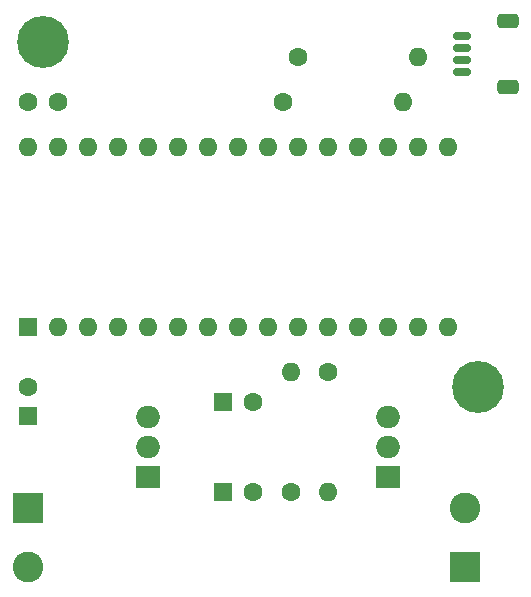
<source format=gbr>
%TF.GenerationSoftware,KiCad,Pcbnew,(7.0.0)*%
%TF.CreationDate,2023-10-09T21:37:50-04:00*%
%TF.ProjectId,CPS V2,43505320-5632-42e6-9b69-6361645f7063,rev?*%
%TF.SameCoordinates,Original*%
%TF.FileFunction,Soldermask,Top*%
%TF.FilePolarity,Negative*%
%FSLAX46Y46*%
G04 Gerber Fmt 4.6, Leading zero omitted, Abs format (unit mm)*
G04 Created by KiCad (PCBNEW (7.0.0)) date 2023-10-09 21:37:50*
%MOMM*%
%LPD*%
G01*
G04 APERTURE LIST*
G04 Aperture macros list*
%AMRoundRect*
0 Rectangle with rounded corners*
0 $1 Rounding radius*
0 $2 $3 $4 $5 $6 $7 $8 $9 X,Y pos of 4 corners*
0 Add a 4 corners polygon primitive as box body*
4,1,4,$2,$3,$4,$5,$6,$7,$8,$9,$2,$3,0*
0 Add four circle primitives for the rounded corners*
1,1,$1+$1,$2,$3*
1,1,$1+$1,$4,$5*
1,1,$1+$1,$6,$7*
1,1,$1+$1,$8,$9*
0 Add four rect primitives between the rounded corners*
20,1,$1+$1,$2,$3,$4,$5,0*
20,1,$1+$1,$4,$5,$6,$7,0*
20,1,$1+$1,$6,$7,$8,$9,0*
20,1,$1+$1,$8,$9,$2,$3,0*%
G04 Aperture macros list end*
%ADD10C,1.600000*%
%ADD11O,1.600000X1.600000*%
%ADD12C,4.400000*%
%ADD13RoundRect,0.150000X0.625000X-0.150000X0.625000X0.150000X-0.625000X0.150000X-0.625000X-0.150000X0*%
%ADD14RoundRect,0.250000X0.650000X-0.350000X0.650000X0.350000X-0.650000X0.350000X-0.650000X-0.350000X0*%
%ADD15R,1.600000X1.600000*%
%ADD16R,2.000000X1.905000*%
%ADD17O,2.000000X1.905000*%
%ADD18R,2.600000X2.600000*%
%ADD19C,2.600000*%
G04 APERTURE END LIST*
D10*
%TO.C,R4*%
X151130000Y-69850000D03*
D11*
X161289999Y-69849999D03*
%TD*%
D10*
%TO.C,R2*%
X151765000Y-102870000D03*
D11*
X151764999Y-92709999D03*
%TD*%
D12*
%TO.C,H2*%
X167640000Y-93980000D03*
%TD*%
D10*
%TO.C,C1*%
X129580000Y-69850000D03*
X132080000Y-69850000D03*
%TD*%
D13*
%TO.C,J3*%
X166275000Y-67280000D03*
X166275000Y-66280000D03*
X166275000Y-65280000D03*
X166275000Y-64280000D03*
D14*
X170150000Y-68580000D03*
X170150000Y-62980000D03*
%TD*%
D15*
%TO.C,C2*%
X129539999Y-96479999D03*
D10*
X129540000Y-93980000D03*
%TD*%
D16*
%TO.C,U1*%
X139699999Y-101599999D03*
D17*
X139699999Y-99059999D03*
X139699999Y-96519999D03*
%TD*%
D15*
%TO.C,A1*%
X129539999Y-88899999D03*
D11*
X132079999Y-88899999D03*
X134619999Y-88899999D03*
X137159999Y-88899999D03*
X139699999Y-88899999D03*
X142239999Y-88899999D03*
X144779999Y-88899999D03*
X147319999Y-88899999D03*
X149859999Y-88899999D03*
X152399999Y-88899999D03*
X154939999Y-88899999D03*
X157479999Y-88899999D03*
X160019999Y-88899999D03*
X162559999Y-88899999D03*
X165099999Y-88899999D03*
X165099999Y-73659999D03*
X162559999Y-73659999D03*
X160019999Y-73659999D03*
X157479999Y-73659999D03*
X154939999Y-73659999D03*
X152399999Y-73659999D03*
X149859999Y-73659999D03*
X147319999Y-73659999D03*
X144779999Y-73659999D03*
X142239999Y-73659999D03*
X139699999Y-73659999D03*
X137159999Y-73659999D03*
X134619999Y-73659999D03*
X132079999Y-73659999D03*
X129539999Y-73659999D03*
%TD*%
D15*
%TO.C,C3*%
X146089999Y-102869999D03*
D10*
X148590000Y-102870000D03*
%TD*%
D18*
%TO.C,J2*%
X166524999Y-109219999D03*
D19*
X166525000Y-104220000D03*
%TD*%
D10*
%TO.C,R1*%
X154940000Y-92710000D03*
D11*
X154939999Y-102869999D03*
%TD*%
D18*
%TO.C,J1*%
X129539999Y-104259999D03*
D19*
X129540000Y-109260000D03*
%TD*%
D15*
%TO.C,C4*%
X146089999Y-95249999D03*
D10*
X148590000Y-95250000D03*
%TD*%
%TO.C,R3*%
X152400000Y-66040000D03*
D11*
X162559999Y-66039999D03*
%TD*%
D12*
%TO.C,H1*%
X130810000Y-64770000D03*
%TD*%
D16*
%TO.C,Q1*%
X160019999Y-101599999D03*
D17*
X160019999Y-99059999D03*
X160019999Y-96519999D03*
%TD*%
M02*

</source>
